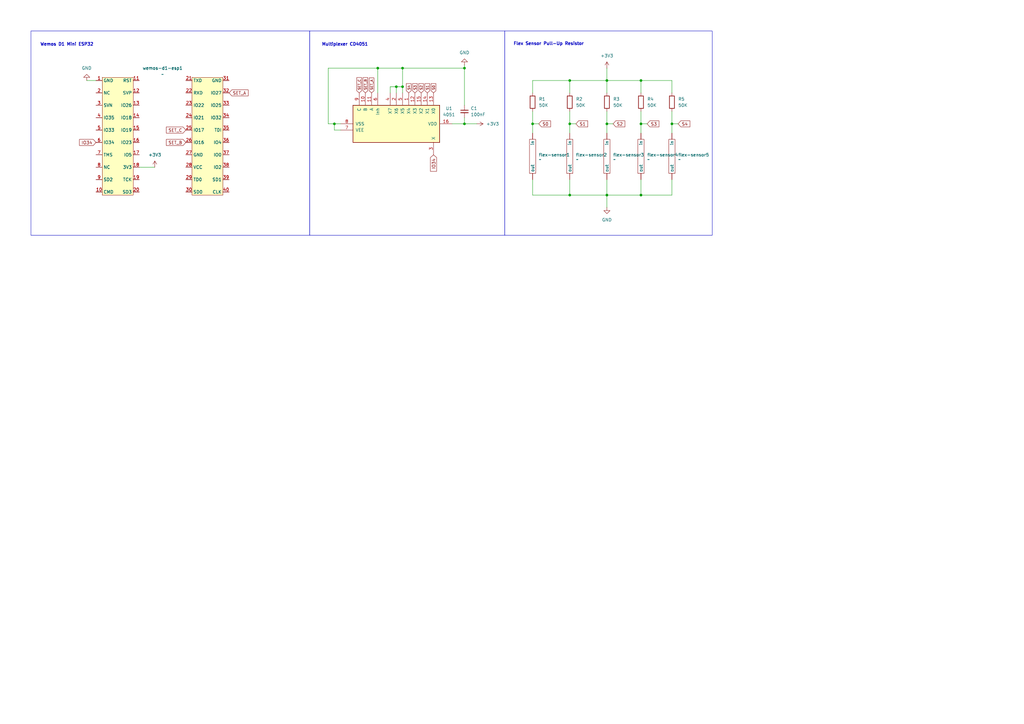
<source format=kicad_sch>
(kicad_sch (version 20231120) (generator "eeschema") (generator_version "8.0")
  (paper "A3")
  (title_block (title "Proposal Skripsi"))
  (lib_symbols
    (symbol "4xxx:4051" (pin_names (offset 1.016))
      (property "Reference" "U" (at -7.62 19.05 0))
      (property "Value" "4051" (at -7.62 -19.05 0))
      (symbol "4051_1_0"
        (pin passive line (at -12.7 5.08 0) (length 5.08) (name "X4") (number "1"))
        (pin input line (at -12.7 -12.7 0) (length 5.08) (name "B") (number "10"))
        (pin input line (at -12.7 -10.16 0) (length 5.08) (name "A") (number "11"))
        (pin passive line (at -12.7 7.62 0) (length 5.08) (name "X3") (number "12"))
        (pin passive line (at -12.7 15.24 0) (length 5.08) (name "X0") (number "13"))
        (pin passive line (at -12.7 12.7 0) (length 5.08) (name "X1") (number "14"))
        (pin passive line (at -12.7 10.16 0) (length 5.08) (name "X2") (number "15"))
        (pin power_in line (at 0 22.86 270) (length 5.08) (name "VDD") (number "16"))
        (pin passive line (at -12.7 0 0) (length 5.08) (name "X6") (number "2"))
        (pin passive line (at 12.7 15.24 180) (length 5.08) (name "X") (number "3"))
        (pin passive line (at -12.7 -2.54 0) (length 5.08) (name "X7") (number "4"))
        (pin passive line (at -12.7 2.54 0) (length 5.08) (name "X5") (number "5"))
        (pin input line (at -12.7 -7.62 0) (length 5.08) (name "Inh") (number "6"))
        (pin power_in line (at 2.54 -22.86 90) (length 5.08) (name "VEE") (number "7"))
        (pin power_in line (at 0 -22.86 90) (length 5.08) (name "VSS") (number "8"))
        (pin input line (at -12.7 -15.24 0) (length 5.08) (name "C") (number "9"))
      )
      (symbol "4051_1_1"
        (rectangle (start -7.62 17.78) (end 7.62 -17.78) (stroke (width 0.254)) (fill (type background)))
      )
    )
    (symbol "Device:C_Small" (pin_numbers hide) (pin_names (offset 0.254) hide)
      (property "Reference" "C" (at 0.254 1.778 0))
      (property "Value" "C_Small" (at 0.254 -2.032 0))
      (symbol "C_Small_0_1"
        (polyline (pts (xy -1.524 -0.508) (xy 1.524 -0.508)) (stroke (width 0.3302)))
        (polyline (pts (xy -1.524 0.508) (xy 1.524 0.508)) (stroke (width 0.3048)))
      )
      (symbol "C_Small_1_1"
        (pin passive line (at 0 2.54 270) (length 2.032) (name "~") (number "1"))
        (pin passive line (at 0 -2.54 90) (length 2.032) (name "~") (number "2"))
      )
    )
    (symbol "Device:R" (pin_numbers hide) (pin_names (offset 0))
      (property "Reference" "R" (at 2.032 0 90))
      (property "Value" "R" (at 0 0 90))
      (symbol "R_0_1"
        (rectangle (start -1.016 -2.54) (end 1.016 2.54) (stroke (width 0.254)))
      )
      (symbol "R_1_1"
        (pin passive line (at 0 3.81 270) (length 1.27) (name "~") (number "1"))
        (pin passive line (at 0 -3.81 90) (length 1.27) (name "~") (number "2"))
      )
    )
    (symbol "Flex_Sensor:flex-sensor"
      (property "Reference" "flex-sensor" (at 0.508 15.494 0))
      (symbol "flex-sensor_0_1"
        (rectangle (start -1.27 6.35) (end 1.27 -7.62))
      )
      (symbol "flex-sensor_1_1"
        (pin input line (at 0 8.89 270) (length 2.54) (name "in") (number ""))
        (pin input line (at 0 -10.16 90) (length 2.54) (name "out") (number ""))
      )
    )
    (symbol "power:+3V3" (power) (pin_numbers hide) (pin_names (offset 0) hide)
      (property "Value" "+3V3" (at 0 3.556 0))
      (symbol "+3V3_0_1"
        (polyline (pts (xy -0.762 1.27) (xy 0 2.54)))
        (polyline (pts (xy 0 0) (xy 0 2.54)))
        (polyline (pts (xy 0 2.54) (xy 0.762 1.27)))
      )
      (symbol "+3V3_1_1"
        (pin power_in line (at 0 0 90) (length 0) (name "~") (number "1"))
      )
    )
    (symbol "power:GND" (power) (pin_numbers hide) (pin_names (offset 0) hide)
      (property "Value" "GND" (at 0 -3.81 0))
      (symbol "GND_0_1"
        (polyline (pts (xy 0 0) (xy 0 -1.27) (xy 1.27 -1.27) (xy 0 -2.54) (xy -1.27 -1.27) (xy 0 -1.27)))
      )
      (symbol "GND_1_1"
        (pin power_in line (at 0 0 270) (length 0) (name "~") (number "1"))
      )
    )
    (symbol "wemos_d1_esp32:wemos-d1-esp32"
      (property "Reference" "wemos-d1-esp32" (at -0.508 20.828 0))
      (symbol "wemos-d1-esp32_1_1"
        (rectangle (start -25.4 16.51) (end -12.7 -31.75) (fill (type background)))
        (rectangle (start 11.43 16.51) (end 24.13 -31.75) (fill (type background)))
        (pin input line (at -27.94 15.24 0) (length 2.54) (name "GND") (number "1"))
        (pin input line (at -27.94 -30.48 0) (length 2.54) (name "CMD") (number "10"))
        (pin input line (at -10.16 15.24 180) (length 2.54) (name "RST") (number "11"))
        (pin input line (at -10.16 10.16 180) (length 2.54) (name "SVP") (number "12"))
        (pin input line (at -10.16 5.08 180) (length 2.54) (name "IO26") (number "13"))
        (pin input line (at -10.16 0 180) (length 2.54) (name "IO18") (number "14"))
        (pin input line (at -10.16 -5.08 180) (length 2.54) (name "IO19") (number "15"))
        (pin input line (at -10.16 -10.16 180) (length 2.54) (name "IO23") (number "16"))
        (pin input line (at -10.16 -15.24 180) (length 2.54) (name "IO5") (number "17"))
        (pin input line (at -10.16 -20.32 180) (length 2.54) (name "3V3") (number "18"))
        (pin input line (at -10.16 -25.4 180) (length 2.54) (name "TCK") (number "19"))
        (pin input line (at -27.94 10.16 0) (length 2.54) (name "NC") (number "2"))
        (pin input line (at -10.16 -30.48 180) (length 2.54) (name "SD3") (number "20"))
        (pin input line (at 8.89 15.24 0) (length 2.54) (name "TXD") (number "21"))
        (pin input line (at 8.89 10.16 0) (length 2.54) (name "RXD") (number "22"))
        (pin input line (at 8.89 5.08 0) (length 2.54) (name "IO22") (number "23"))
        (pin input line (at 8.89 0 0) (length 2.54) (name "IO21") (number "24"))
        (pin input line (at 8.89 -5.08 0) (length 2.54) (name "IO17") (number "25"))
        (pin input line (at 8.89 -10.16 0) (length 2.54) (name "IO16") (number "26"))
        (pin input line (at 8.89 -15.24 0) (length 2.54) (name "GND") (number "27"))
        (pin input line (at 8.89 -20.32 0) (length 2.54) (name "VCC") (number "28"))
        (pin input line (at 8.89 -25.4 0) (length 2.54) (name "TD0") (number "29"))
        (pin input line (at -27.94 5.08 0) (length 2.54) (name "SVN") (number "3"))
        (pin input line (at 8.89 -30.48 0) (length 2.54) (name "SD0") (number "30"))
        (pin input line (at 26.67 15.24 180) (length 2.54) (name "GND") (number "31"))
        (pin input line (at 26.67 10.16 180) (length 2.54) (name "IO27") (number "32"))
        (pin input line (at 26.67 5.08 180) (length 2.54) (name "IO25") (number "33"))
        (pin input line (at 26.67 0 180) (length 2.54) (name "IO32") (number "34"))
        (pin input line (at 26.67 -5.08 180) (length 2.54) (name "TDI") (number "35"))
        (pin input line (at 26.67 -10.16 180) (length 2.54) (name "IO4") (number "36"))
        (pin input line (at 26.67 -15.24 180) (length 2.54) (name "IO0") (number "37"))
        (pin input line (at 26.67 -20.32 180) (length 2.54) (name "IO2") (number "38"))
        (pin input line (at 26.67 -25.4 180) (length 2.54) (name "SD1") (number "39"))
        (pin input line (at -27.94 0 0) (length 2.54) (name "IO35") (number "4"))
        (pin input line (at 26.67 -30.48 180) (length 2.54) (name "CLK") (number "40"))
        (pin input line (at -27.94 -5.08 0) (length 2.54) (name "IO33") (number "5"))
        (pin input line (at -27.94 -10.16 0) (length 2.54) (name "IO34") (number "6"))
        (pin input line (at -27.94 -15.24 0) (length 2.54) (name "TMS") (number "7"))
        (pin input line (at -27.94 -20.32 0) (length 2.54) (name "NC") (number "8"))
        (pin input line (at -27.94 -25.4 0) (length 2.54) (name "SD2") (number "9"))
      )
    )
  )
  (junction (at 218.44 50.8))
  (junction (at 233.68 50.8))
  (junction (at 248.92 80.01))
  (junction (at 262.89 33.02))
  (junction (at 137.16 50.8))
  (junction (at 262.89 80.01))
  (junction (at 165.1 27.94))
  (junction (at 165.1 35.56))
  (junction (at 162.56 35.56))
  (junction (at 233.68 33.02))
  (junction (at 154.94 27.94))
  (junction (at 248.92 33.02))
  (junction (at 233.68 80.01))
  (junction (at 275.59 50.8))
  (junction (at 190.5 27.94))
  (junction (at 248.92 50.8))
  (junction (at 190.5 50.8))
  (junction (at 262.89 50.8))
  (wire (pts (xy 154.94 27.94) (xy 165.1 27.94)))
  (wire (pts (xy 190.5 27.94) (xy 190.5 43.18)))
  (wire (pts (xy 248.92 45.72) (xy 248.92 50.8)))
  (wire (pts (xy 218.44 38.1) (xy 218.44 33.02)))
  (wire (pts (xy 165.1 27.94) (xy 190.5 27.94)))
  (wire (pts (xy 233.68 33.02) (xy 233.68 38.1)))
  (wire (pts (xy 162.56 38.1) (xy 162.56 35.56)))
  (wire (pts (xy 275.59 80.01) (xy 275.59 73.66)))
  (wire (pts (xy 137.16 53.34) (xy 137.16 50.8)))
  (wire (pts (xy 248.92 50.8) (xy 251.46 50.8)))
  (wire (pts (xy 35.56 33.02) (xy 39.37 33.02)))
  (wire (pts (xy 190.5 26.67) (xy 190.5 27.94)))
  (wire (pts (xy 185.42 50.8) (xy 190.5 50.8)))
  (wire (pts (xy 162.56 35.56) (xy 165.1 35.56)))
  (wire (pts (xy 218.44 80.01) (xy 233.68 80.01)))
  (wire (pts (xy 218.44 50.8) (xy 218.44 54.61)))
  (wire (pts (xy 248.92 27.94) (xy 248.92 33.02)))
  (wire (pts (xy 165.1 35.56) (xy 165.1 38.1)))
  (wire (pts (xy 160.02 35.56) (xy 162.56 35.56)))
  (wire (pts (xy 262.89 73.66) (xy 262.89 80.01)))
  (wire (pts (xy 134.62 50.8) (xy 134.62 27.94)))
  (wire (pts (xy 233.68 33.02) (xy 248.92 33.02)))
  (wire (pts (xy 248.92 50.8) (xy 248.92 54.61)))
  (wire (pts (xy 262.89 50.8) (xy 262.89 54.61)))
  (wire (pts (xy 233.68 45.72) (xy 233.68 50.8)))
  (wire (pts (xy 262.89 80.01) (xy 275.59 80.01)))
  (wire (pts (xy 190.5 50.8) (xy 195.58 50.8)))
  (wire (pts (xy 165.1 27.94) (xy 165.1 35.56)))
  (wire (pts (xy 262.89 33.02) (xy 275.59 33.02)))
  (wire (pts (xy 218.44 50.8) (xy 220.98 50.8)))
  (wire (pts (xy 190.5 48.26) (xy 190.5 50.8)))
  (wire (pts (xy 233.68 50.8) (xy 236.22 50.8)))
  (wire (pts (xy 248.92 80.01) (xy 248.92 85.09)))
  (wire (pts (xy 275.59 33.02) (xy 275.59 38.1)))
  (wire (pts (xy 154.94 27.94) (xy 154.94 38.1)))
  (wire (pts (xy 233.68 50.8) (xy 233.68 54.61)))
  (wire (pts (xy 139.7 53.34) (xy 137.16 53.34)))
  (wire (pts (xy 57.15 68.58) (xy 63.5 68.58)))
  (wire (pts (xy 218.44 73.66) (xy 218.44 80.01)))
  (wire (pts (xy 134.62 27.94) (xy 154.94 27.94)))
  (wire (pts (xy 160.02 38.1) (xy 160.02 35.56)))
  (wire (pts (xy 248.92 33.02) (xy 262.89 33.02)))
  (wire (pts (xy 262.89 45.72) (xy 262.89 50.8)))
  (wire (pts (xy 233.68 73.66) (xy 233.68 80.01)))
  (wire (pts (xy 275.59 50.8) (xy 278.13 50.8)))
  (wire (pts (xy 218.44 33.02) (xy 233.68 33.02)))
  (wire (pts (xy 275.59 50.8) (xy 275.59 54.61)))
  (wire (pts (xy 275.59 45.72) (xy 275.59 50.8)))
  (wire (pts (xy 248.92 33.02) (xy 248.92 38.1)))
  (wire (pts (xy 262.89 38.1) (xy 262.89 33.02)))
  (wire (pts (xy 248.92 73.66) (xy 248.92 80.01)))
  (wire (pts (xy 137.16 50.8) (xy 134.62 50.8)))
  (wire (pts (xy 248.92 80.01) (xy 262.89 80.01)))
  (wire (pts (xy 218.44 45.72) (xy 218.44 50.8)))
  (wire (pts (xy 262.89 50.8) (xy 265.43 50.8)))
  (wire (pts (xy 139.7 50.8) (xy 137.16 50.8)))
  (wire (pts (xy 233.68 80.01) (xy 248.92 80.01)))
  (rectangle (start 207.01 12.7) (end 292.1 96.52))
  (rectangle (start 127 12.7) (end 207.01 96.52))
  (rectangle (start 12.7 12.7) (end 127 96.52))
  (text "Multiplexer CD4051" (at 141.478 18.288 0) (effects (font (size 1.27 1.27) (thickness 0.254) (bold yes))))
  (text "Flex Sensor Pull-Up Resistor" (at 225.044 18.034 0) (effects (font (size 1.27 1.27) (thickness 0.254) (bold yes))))
  (text "Wemos D1 Mini ESP32" (at 27.432 18.288 0) (effects (font (size 1.27 1.27) (thickness 0.254) (bold yes))))
  (global_label "SET_B" (shape input) (at 76.2 58.42 180) (property "Intersheetrefs" "${INTERSHEET_REFS}" (effects (hide yes))))
  (global_label "S2" (shape input) (at 172.72 38.1 90) (effects (font (size 1 1))) (property "Intersheetrefs" "${INTERSHEET_REFS}" (effects (hide yes))))
  (global_label "S2" (shape input) (at 251.46 50.8 0) (property "Intersheetrefs" "${INTERSHEET_REFS}" (effects (hide yes))))
  (global_label "IO34" (shape input) (at 39.37 58.42 180) (property "Intersheetrefs" "${INTERSHEET_REFS}" (effects (hide yes))))
  (global_label "S3" (shape input) (at 170.18 38.1 90) (effects (font (size 1 1))) (property "Intersheetrefs" "${INTERSHEET_REFS}" (effects (hide yes))))
  (global_label "S1" (shape input) (at 175.26 38.1 90) (effects (font (size 1 1))) (property "Intersheetrefs" "${INTERSHEET_REFS}" (effects (hide yes))))
  (global_label "IO34" (shape input) (at 177.8 63.5 270) (property "Intersheetrefs" "${INTERSHEET_REFS}" (effects (hide yes))))
  (global_label "S3" (shape input) (at 265.43 50.8 0) (property "Intersheetrefs" "${INTERSHEET_REFS}" (effects (hide yes))))
  (global_label "S4" (shape input) (at 167.64 38.1 90) (effects (font (size 1 1))) (property "Intersheetrefs" "${INTERSHEET_REFS}" (effects (hide yes))))
  (global_label "SET_C" (shape input) (at 147.32 38.1 90) (effects (font (size 1 1))) (property "Intersheetrefs" "${INTERSHEET_REFS}" (effects (hide yes))))
  (global_label "S0" (shape input) (at 177.8 38.1 90) (effects (font (size 1 1))) (property "Intersheetrefs" "${INTERSHEET_REFS}" (effects (hide yes))))
  (global_label "S4" (shape input) (at 278.13 50.8 0) (property "Intersheetrefs" "${INTERSHEET_REFS}" (effects (hide yes))))
  (global_label "S1" (shape input) (at 236.22 50.8 0) (property "Intersheetrefs" "${INTERSHEET_REFS}" (effects (hide yes))))
  (global_label "S0" (shape input) (at 220.98 50.8 0) (property "Intersheetrefs" "${INTERSHEET_REFS}" (effects (hide yes))))
  (global_label "SET_A" (shape input) (at 152.4 38.1 90) (effects (font (size 1 1))) (property "Intersheetrefs" "${INTERSHEET_REFS}" (effects (hide yes))))
  (global_label "SET_B" (shape input) (at 149.86 38.1 90) (effects (font (size 1 1))) (property "Intersheetrefs" "${INTERSHEET_REFS}" (effects (hide yes))))
  (global_label "SET_C" (shape input) (at 76.2 53.34 180) (property "Intersheetrefs" "${INTERSHEET_REFS}" (effects (hide yes))))
  (global_label "SET_A" (shape input) (at 93.98 38.1 0) (property "Intersheetrefs" "${INTERSHEET_REFS}" (effects (hide yes))))
  (symbol (lib_id "Device:R") (at 233.68 41.91 0) (unit 1)
    (property "Reference" "R2" (at 236.22 40.6399 0) (effects (justify left)))
    (property "Value" "50K" (at 236.22 43.1799 0) (effects (justify left)))
    (property "Description" "Resistor" (effects (hide yes)))
  )
  (symbol (lib_name "Flex_Sensor:flex-sensor") (lib_id "Flex_Sensor:flex-sensor") (at 262.89 63.5 0) (unit 1)
    (property "Reference" "flex-sensor4" (at 265.43 63.4999 0) (effects (justify left)))
    (property "Value" "~" (at 265.43 65.405 0) (effects (justify left)))
  )
  (symbol (lib_id "power:GND") (at 190.5 26.67 180) (unit 1)
    (property "Reference" "#PWR06" (effects (hide yes)))
    (property "Value" "GND" (at 190.5 21.59 0))
    (property "Description" "Power symbol creates a global label with name \"GND\" , ground" (effects (hide yes)))
  )
  (symbol (lib_id "Device:R") (at 218.44 41.91 0) (unit 1)
    (property "Reference" "R1" (at 220.98 40.6399 0) (effects (justify left)))
    (property "Value" "50K" (at 220.98 43.1799 0) (effects (justify left)))
    (property "Description" "Resistor" (effects (hide yes)))
  )
  (symbol (lib_id "Device:R") (at 275.59 41.91 0) (unit 1)
    (property "Reference" "R5" (at 278.13 40.6399 0) (effects (justify left)))
    (property "Value" "50K" (at 278.13 43.1799 0) (effects (justify left)))
    (property "Description" "Resistor" (effects (hide yes)))
  )
  (symbol (lib_id "wemos_d1_esp32:wemos-d1-esp32") (at 67.31 48.26 0) (unit 1)
    (property "Reference" "wemos-d1-esp1" (at 66.675 27.94 0))
    (property "Value" "~" (at 66.675 30.48 0))
  )
  (symbol (lib_name "Flex_Sensor:flex-sensor") (lib_id "Flex_Sensor:flex-sensor") (at 218.44 63.5 0) (unit 1)
    (property "Reference" "flex-sensor1" (at 220.98 63.4999 0) (effects (justify left)))
    (property "Value" "~" (at 220.98 65.405 0) (effects (justify left)))
  )
  (symbol (lib_id "power:+3V3") (at 248.92 27.94 0) (unit 1)
    (property "Reference" "#PWR01" (effects (hide yes)))
    (property "Value" "+3V3" (at 248.92 22.86 0))
    (property "Description" "Power symbol creates a global label with name \"+3V3\"" (effects (hide yes)))
  )
  (symbol (lib_id "Device:R") (at 248.92 41.91 0) (unit 1)
    (property "Reference" "R3" (at 251.46 40.6399 0) (effects (justify left)))
    (property "Value" "50K" (at 251.46 43.1799 0) (effects (justify left)))
    (property "Description" "Resistor" (effects (hide yes)))
  )
  (symbol (lib_name "Flex_Sensor:flex-sensor") (lib_id "Flex_Sensor:flex-sensor") (at 275.59 63.5 0) (unit 1)
    (property "Reference" "flex-sensor5" (at 278.13 63.4999 0) (effects (justify left)))
    (property "Value" "~" (at 278.13 65.405 0) (effects (justify left)))
  )
  (symbol (lib_name "Flex_Sensor:flex-sensor") (lib_id "Flex_Sensor:flex-sensor") (at 233.68 63.5 0) (unit 1)
    (property "Reference" "flex-sensor2" (at 236.22 63.4999 0) (effects (justify left)))
    (property "Value" "~" (at 236.22 65.405 0) (effects (justify left)))
  )
  (symbol (lib_id "Device:R") (at 262.89 41.91 0) (unit 1)
    (property "Reference" "R4" (at 265.43 40.6399 0) (effects (justify left)))
    (property "Value" "50K" (at 265.43 43.1799 0) (effects (justify left)))
    (property "Description" "Resistor" (effects (hide yes)))
  )
  (symbol (lib_id "4xxx:4051") (at 162.56 50.8 270) (unit 1)
    (property "Reference" "U1" (at 184.15 44.4814 90))
    (property "Value" "4051" (at 184.15 47.0214 90))
    (property "Datasheet" "http://www.intersil.com/content/dam/Intersil/documents/cd40/cd4051bms-52bms-53bms.pdf" (effects (hide yes)))
    (property "Description" "Analog Multiplexer 8 to 1 lins" (effects (hide yes)))
  )
  (symbol (lib_id "power:+3V3") (at 63.5 68.58 0) (unit 1)
    (property "Reference" "#PWR04" (effects (hide yes)))
    (property "Value" "+3V3" (at 63.5 63.5 0))
    (property "Description" "Power symbol creates a global label with name \"+3V3\"" (effects (hide yes)))
  )
  (symbol (lib_id "power:GND") (at 248.92 85.09 0) (unit 1)
    (property "Reference" "#PWR02" (effects (hide yes)))
    (property "Value" "GND" (at 248.92 90.17 0))
    (property "Description" "Power symbol creates a global label with name \"GND\" , ground" (effects (hide yes)))
  )
  (symbol (lib_id "Device:C_Small") (at 190.5 45.72 0) (unit 1)
    (property "Reference" "C1" (at 193.04 44.4562 0) (effects (justify left)))
    (property "Value" "100nF" (at 193.04 46.9962 0) (effects (justify left)))
    (property "Description" "Unpolarized capacitor, small symbol" (effects (hide yes)))
  )
  (symbol (lib_id "power:+3V3") (at 195.58 50.8 270) (unit 1)
    (property "Reference" "#PWR05" (effects (hide yes)))
    (property "Value" "+3V3" (at 199.39 50.7999 90) (effects (justify left)))
    (property "Description" "Power symbol creates a global label with name \"+3V3\"" (effects (hide yes)))
  )
  (symbol (lib_id "power:GND") (at 35.56 33.02 180) (unit 1)
    (property "Reference" "#PWR03" (effects (hide yes)))
    (property "Value" "GND" (at 35.56 27.94 0))
    (property "Description" "Power symbol creates a global label with name \"GND\" , ground" (effects (hide yes)))
  )
  (symbol (lib_name "Flex_Sensor:flex-sensor") (lib_id "Flex_Sensor:flex-sensor") (at 248.92 63.5 0) (unit 1)
    (property "Reference" "flex-sensor3" (at 251.46 63.4999 0) (effects (justify left)))
    (property "Value" "~" (at 251.46 65.405 0) (effects (justify left)))
  )
)
</source>
